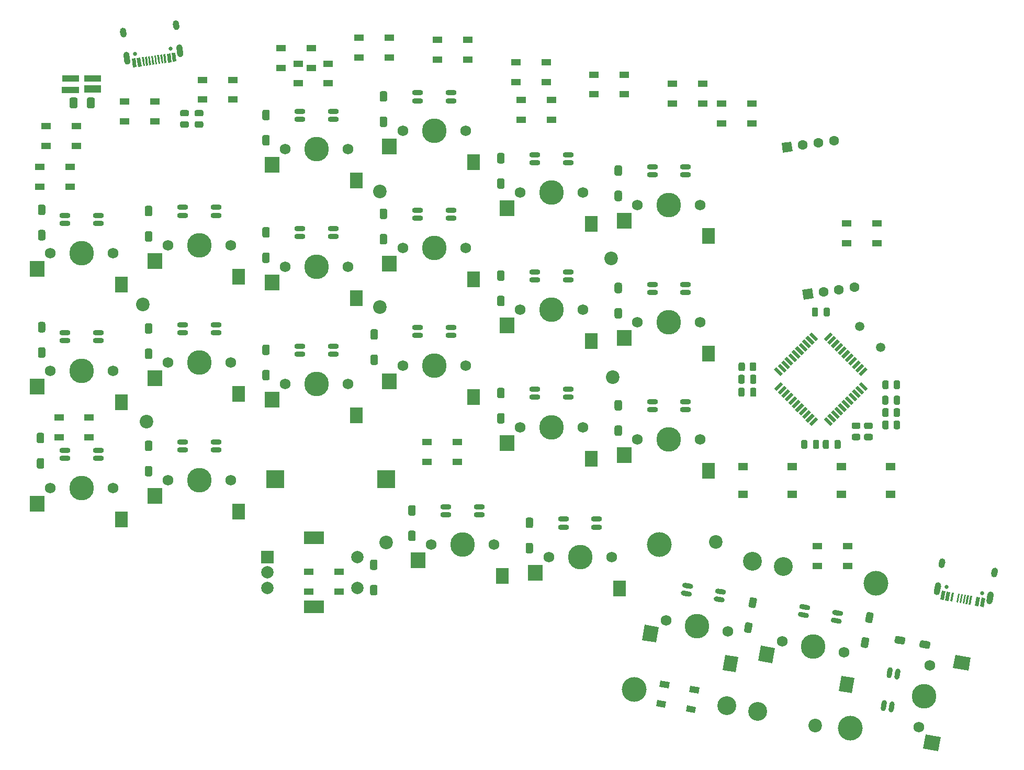
<source format=gbr>
%TF.GenerationSoftware,KiCad,Pcbnew,5.1.10*%
%TF.CreationDate,2021-05-26T10:29:04-05:00*%
%TF.ProjectId,nightwing,6e696768-7477-4696-9e67-2e6b69636164,rev?*%
%TF.SameCoordinates,Original*%
%TF.FileFunction,Soldermask,Top*%
%TF.FilePolarity,Negative*%
%FSLAX46Y46*%
G04 Gerber Fmt 4.6, Leading zero omitted, Abs format (unit mm)*
G04 Created by KiCad (PCBNEW 5.1.10) date 2021-05-26 10:29:04*
%MOMM*%
%LPD*%
G01*
G04 APERTURE LIST*
%ADD10R,1.500000X1.000000*%
%ADD11R,1.550000X1.300000*%
%ADD12C,2.200000*%
%ADD13C,0.150000*%
%ADD14C,0.650000*%
%ADD15C,1.600000*%
%ADD16C,2.000000*%
%ADD17R,3.200000X2.000000*%
%ADD18R,2.000000X2.000000*%
%ADD19C,4.000000*%
%ADD20C,3.050000*%
%ADD21C,3.987800*%
%ADD22C,1.750000*%
%ADD23R,2.350000X2.500000*%
%ADD24R,2.150000X2.500000*%
%ADD25R,3.000000X3.000000*%
%ADD26R,2.800000X1.200000*%
%ADD27R,2.800000X1.000000*%
%ADD28C,1.500000*%
%ADD29O,1.800000X0.820000*%
G04 APERTURE END LIST*
D10*
%TO.C,L31*%
X40325000Y-29652641D03*
X35425000Y-29652641D03*
X40325000Y-32852641D03*
X35425000Y-32852641D03*
%TD*%
%TO.C,RIGHT*%
G36*
G01*
X155369998Y-83450000D02*
X156270002Y-83450000D01*
G75*
G02*
X156520000Y-83699998I0J-249998D01*
G01*
X156520000Y-84225002D01*
G75*
G02*
X156270002Y-84475000I-249998J0D01*
G01*
X155369998Y-84475000D01*
G75*
G02*
X155120000Y-84225002I0J249998D01*
G01*
X155120000Y-83699998D01*
G75*
G02*
X155369998Y-83450000I249998J0D01*
G01*
G37*
G36*
G01*
X155369998Y-81625000D02*
X156270002Y-81625000D01*
G75*
G02*
X156520000Y-81874998I0J-249998D01*
G01*
X156520000Y-82400002D01*
G75*
G02*
X156270002Y-82650000I-249998J0D01*
G01*
X155369998Y-82650000D01*
G75*
G02*
X155120000Y-82400002I0J249998D01*
G01*
X155120000Y-81874998D01*
G75*
G02*
X155369998Y-81625000I249998J0D01*
G01*
G37*
%TD*%
%TO.C,LEFT*%
G36*
G01*
X154270002Y-84475000D02*
X153369998Y-84475000D01*
G75*
G02*
X153120000Y-84225002I0J249998D01*
G01*
X153120000Y-83699998D01*
G75*
G02*
X153369998Y-83450000I249998J0D01*
G01*
X154270002Y-83450000D01*
G75*
G02*
X154520000Y-83699998I0J-249998D01*
G01*
X154520000Y-84225002D01*
G75*
G02*
X154270002Y-84475000I-249998J0D01*
G01*
G37*
G36*
G01*
X154270002Y-82650000D02*
X153369998Y-82650000D01*
G75*
G02*
X153120000Y-82400002I0J249998D01*
G01*
X153120000Y-81874998D01*
G75*
G02*
X153369998Y-81625000I249998J0D01*
G01*
X154270002Y-81625000D01*
G75*
G02*
X154520000Y-81874998I0J-249998D01*
G01*
X154520000Y-82400002D01*
G75*
G02*
X154270002Y-82650000I-249998J0D01*
G01*
G37*
%TD*%
D11*
%TO.C,BOOT*%
X159373000Y-93250000D03*
X159373000Y-88750000D03*
X151423000Y-88750000D03*
X151423000Y-93250000D03*
%TD*%
D10*
%TO.C,L32*%
X27655000Y-33652641D03*
X22755000Y-33652641D03*
X27655000Y-36852641D03*
X22755000Y-36852641D03*
%TD*%
D11*
%TO.C,RESET*%
X135554000Y-93250000D03*
X135554000Y-88750000D03*
X143504000Y-88750000D03*
X143504000Y-93250000D03*
%TD*%
D10*
%TO.C,L39*%
X136983000Y-33205000D03*
X132083000Y-30005000D03*
X132083000Y-33205000D03*
X136983000Y-30005000D03*
%TD*%
%TO.C,R7*%
G36*
G01*
X159900000Y-80450002D02*
X159900000Y-79549998D01*
G75*
G02*
X160149998Y-79300000I249998J0D01*
G01*
X160675002Y-79300000D01*
G75*
G02*
X160925000Y-79549998I0J-249998D01*
G01*
X160925000Y-80450002D01*
G75*
G02*
X160675002Y-80700000I-249998J0D01*
G01*
X160149998Y-80700000D01*
G75*
G02*
X159900000Y-80450002I0J249998D01*
G01*
G37*
G36*
G01*
X158075000Y-80450002D02*
X158075000Y-79549998D01*
G75*
G02*
X158324998Y-79300000I249998J0D01*
G01*
X158850002Y-79300000D01*
G75*
G02*
X159100000Y-79549998I0J-249998D01*
G01*
X159100000Y-80450002D01*
G75*
G02*
X158850002Y-80700000I-249998J0D01*
G01*
X158324998Y-80700000D01*
G75*
G02*
X158075000Y-80450002I0J249998D01*
G01*
G37*
%TD*%
%TO.C,R8*%
G36*
G01*
X159100000Y-75049998D02*
X159100000Y-75950002D01*
G75*
G02*
X158850002Y-76200000I-249998J0D01*
G01*
X158324998Y-76200000D01*
G75*
G02*
X158075000Y-75950002I0J249998D01*
G01*
X158075000Y-75049998D01*
G75*
G02*
X158324998Y-74800000I249998J0D01*
G01*
X158850002Y-74800000D01*
G75*
G02*
X159100000Y-75049998I0J-249998D01*
G01*
G37*
G36*
G01*
X160925000Y-75049998D02*
X160925000Y-75950002D01*
G75*
G02*
X160675002Y-76200000I-249998J0D01*
G01*
X160149998Y-76200000D01*
G75*
G02*
X159900000Y-75950002I0J249998D01*
G01*
X159900000Y-75049998D01*
G75*
G02*
X160149998Y-74800000I249998J0D01*
G01*
X160675002Y-74800000D01*
G75*
G02*
X160925000Y-75049998I0J-249998D01*
G01*
G37*
%TD*%
D12*
%TO.C,H10*%
X77767000Y-101031000D03*
%TD*%
%TO.C,H9*%
X147250000Y-130660000D03*
%TD*%
%TO.C,H8*%
X131170000Y-100940000D03*
%TD*%
%TO.C,H6*%
X114460000Y-74240000D03*
%TD*%
%TO.C,H5*%
X114220000Y-55030000D03*
%TD*%
%TO.C,H4*%
X76800000Y-62910000D03*
%TD*%
%TO.C,H3*%
X76780000Y-44250000D03*
%TD*%
%TO.C,H2*%
X38990000Y-81490000D03*
%TD*%
%TO.C,H1*%
X38460000Y-62530000D03*
%TD*%
D13*
%TO.C,J2*%
G36*
X168307305Y-108929300D02*
G01*
X168055515Y-110357271D01*
X167464631Y-110253082D01*
X167716421Y-108825111D01*
X168307305Y-108929300D01*
G37*
G36*
X174708555Y-110058013D02*
G01*
X174456765Y-111485984D01*
X173865881Y-111381795D01*
X174117671Y-109953824D01*
X174708555Y-110058013D01*
G37*
G36*
X173920709Y-109919094D02*
G01*
X173668919Y-111347065D01*
X173078035Y-111242876D01*
X173329825Y-109814905D01*
X173920709Y-109919094D01*
G37*
G36*
X169095151Y-109068218D02*
G01*
X168843361Y-110496189D01*
X168252477Y-110392000D01*
X168504267Y-108964029D01*
X169095151Y-109068218D01*
G37*
G36*
X172591219Y-109684670D02*
G01*
X172339429Y-111112641D01*
X172043987Y-111060546D01*
X172295777Y-109632575D01*
X172591219Y-109684670D01*
G37*
G36*
X172098815Y-109597845D02*
G01*
X171847025Y-111025816D01*
X171551583Y-110973721D01*
X171803373Y-109545750D01*
X172098815Y-109597845D01*
G37*
G36*
X171114007Y-109424197D02*
G01*
X170862217Y-110852168D01*
X170566775Y-110800073D01*
X170818565Y-109372102D01*
X171114007Y-109424197D01*
G37*
G36*
X170621603Y-109337373D02*
G01*
X170369813Y-110765344D01*
X170074371Y-110713249D01*
X170326161Y-109285278D01*
X170621603Y-109337373D01*
G37*
G36*
X169636796Y-109163725D02*
G01*
X169385006Y-110591696D01*
X169089564Y-110539601D01*
X169341354Y-109111630D01*
X169636796Y-109163725D01*
G37*
G36*
X171606411Y-109511021D02*
G01*
X171354621Y-110938992D01*
X171059179Y-110886897D01*
X171310969Y-109458926D01*
X171606411Y-109511021D01*
G37*
G36*
G01*
X167579022Y-108049468D02*
X167388010Y-109132756D01*
G75*
G02*
X166808782Y-109538336I-492404J86824D01*
G01*
X166808782Y-109538336D01*
G75*
G02*
X166403202Y-108959108I86824J492404D01*
G01*
X166594214Y-107875820D01*
G75*
G02*
X167173442Y-107470240I492404J-86824D01*
G01*
X167173442Y-107470240D01*
G75*
G02*
X167579022Y-108049468I-86824J-492404D01*
G01*
G37*
G36*
G01*
X176087761Y-109549788D02*
X175896749Y-110633076D01*
G75*
G02*
X175317521Y-111038656I-492404J86824D01*
G01*
X175317521Y-111038656D01*
G75*
G02*
X174911941Y-110459428I86824J492404D01*
G01*
X175102953Y-109376140D01*
G75*
G02*
X175682181Y-108970560I492404J-86824D01*
G01*
X175682181Y-108970560D01*
G75*
G02*
X176087761Y-109549788I-86824J-492404D01*
G01*
G37*
D14*
X174183609Y-109234343D03*
G36*
G01*
X176770198Y-105679494D02*
X176666010Y-106270378D01*
G75*
G02*
X176086782Y-106675958I-492404J86824D01*
G01*
X176086782Y-106675958D01*
G75*
G02*
X175681202Y-106096730I86824J492404D01*
G01*
X175785390Y-105505846D01*
G75*
G02*
X176364618Y-105100266I492404J-86824D01*
G01*
X176364618Y-105100266D01*
G75*
G02*
X176770198Y-105679494I-86824J-492404D01*
G01*
G37*
X168491420Y-108230657D03*
G36*
G01*
X168261459Y-104179174D02*
X168157271Y-104770058D01*
G75*
G02*
X167578043Y-105175638I-492404J86824D01*
G01*
X167578043Y-105175638D01*
G75*
G02*
X167172463Y-104596410I86824J492404D01*
G01*
X167276651Y-104005526D01*
G75*
G02*
X167855879Y-103599946I492404J-86824D01*
G01*
X167855879Y-103599946D01*
G75*
G02*
X168261459Y-104179174I-86824J-492404D01*
G01*
G37*
%TD*%
D13*
%TO.C,J3*%
G36*
X141996125Y-37944586D02*
G01*
X141773448Y-36360157D01*
X143357877Y-36137480D01*
X143580554Y-37721909D01*
X141996125Y-37944586D01*
G37*
D15*
X147707563Y-36334033D03*
X150222844Y-35980534D03*
X145192282Y-36687533D03*
D13*
G36*
X146698032Y-59903913D02*
G01*
X146920709Y-61488342D01*
X145336280Y-61711019D01*
X145113603Y-60126590D01*
X146698032Y-59903913D01*
G37*
D15*
X148532437Y-60453967D03*
X151047718Y-60100467D03*
X153562999Y-59746967D03*
%TD*%
D13*
%TO.C,U3*%
G36*
X150064866Y-81774812D02*
G01*
X149675958Y-82163720D01*
X148615298Y-81103060D01*
X149004206Y-80714152D01*
X150064866Y-81774812D01*
G37*
G36*
X150630551Y-81209126D02*
G01*
X150241643Y-81598034D01*
X149180983Y-80537374D01*
X149569891Y-80148466D01*
X150630551Y-81209126D01*
G37*
G36*
X151196236Y-80643441D02*
G01*
X150807328Y-81032349D01*
X149746668Y-79971689D01*
X150135576Y-79582781D01*
X151196236Y-80643441D01*
G37*
G36*
X151761922Y-80077756D02*
G01*
X151373014Y-80466664D01*
X150312354Y-79406004D01*
X150701262Y-79017096D01*
X151761922Y-80077756D01*
G37*
G36*
X152327607Y-79512070D02*
G01*
X151938699Y-79900978D01*
X150878039Y-78840318D01*
X151266947Y-78451410D01*
X152327607Y-79512070D01*
G37*
G36*
X152893293Y-78946385D02*
G01*
X152504385Y-79335293D01*
X151443725Y-78274633D01*
X151832633Y-77885725D01*
X152893293Y-78946385D01*
G37*
G36*
X153458978Y-78380699D02*
G01*
X153070070Y-78769607D01*
X152009410Y-77708947D01*
X152398318Y-77320039D01*
X153458978Y-78380699D01*
G37*
G36*
X154024664Y-77815014D02*
G01*
X153635756Y-78203922D01*
X152575096Y-77143262D01*
X152964004Y-76754354D01*
X154024664Y-77815014D01*
G37*
G36*
X154590349Y-77249328D02*
G01*
X154201441Y-77638236D01*
X153140781Y-76577576D01*
X153529689Y-76188668D01*
X154590349Y-77249328D01*
G37*
G36*
X155156034Y-76683643D02*
G01*
X154767126Y-77072551D01*
X153706466Y-76011891D01*
X154095374Y-75622983D01*
X155156034Y-76683643D01*
G37*
G36*
X155721720Y-76117958D02*
G01*
X155332812Y-76506866D01*
X154272152Y-75446206D01*
X154661060Y-75057298D01*
X155721720Y-76117958D01*
G37*
G36*
X155332812Y-72653134D02*
G01*
X155721720Y-73042042D01*
X154661060Y-74102702D01*
X154272152Y-73713794D01*
X155332812Y-72653134D01*
G37*
G36*
X154767126Y-72087449D02*
G01*
X155156034Y-72476357D01*
X154095374Y-73537017D01*
X153706466Y-73148109D01*
X154767126Y-72087449D01*
G37*
G36*
X154201441Y-71521764D02*
G01*
X154590349Y-71910672D01*
X153529689Y-72971332D01*
X153140781Y-72582424D01*
X154201441Y-71521764D01*
G37*
G36*
X153635756Y-70956078D02*
G01*
X154024664Y-71344986D01*
X152964004Y-72405646D01*
X152575096Y-72016738D01*
X153635756Y-70956078D01*
G37*
G36*
X153070070Y-70390393D02*
G01*
X153458978Y-70779301D01*
X152398318Y-71839961D01*
X152009410Y-71451053D01*
X153070070Y-70390393D01*
G37*
G36*
X152504385Y-69824707D02*
G01*
X152893293Y-70213615D01*
X151832633Y-71274275D01*
X151443725Y-70885367D01*
X152504385Y-69824707D01*
G37*
G36*
X151938699Y-69259022D02*
G01*
X152327607Y-69647930D01*
X151266947Y-70708590D01*
X150878039Y-70319682D01*
X151938699Y-69259022D01*
G37*
G36*
X151373014Y-68693336D02*
G01*
X151761922Y-69082244D01*
X150701262Y-70142904D01*
X150312354Y-69753996D01*
X151373014Y-68693336D01*
G37*
G36*
X150807328Y-68127651D02*
G01*
X151196236Y-68516559D01*
X150135576Y-69577219D01*
X149746668Y-69188311D01*
X150807328Y-68127651D01*
G37*
G36*
X150241643Y-67561966D02*
G01*
X150630551Y-67950874D01*
X149569891Y-69011534D01*
X149180983Y-68622626D01*
X150241643Y-67561966D01*
G37*
G36*
X149675958Y-66996280D02*
G01*
X150064866Y-67385188D01*
X149004206Y-68445848D01*
X148615298Y-68056940D01*
X149675958Y-66996280D01*
G37*
G36*
X147660702Y-68056940D02*
G01*
X147271794Y-68445848D01*
X146211134Y-67385188D01*
X146600042Y-66996280D01*
X147660702Y-68056940D01*
G37*
G36*
X147095017Y-68622626D02*
G01*
X146706109Y-69011534D01*
X145645449Y-67950874D01*
X146034357Y-67561966D01*
X147095017Y-68622626D01*
G37*
G36*
X146529332Y-69188311D02*
G01*
X146140424Y-69577219D01*
X145079764Y-68516559D01*
X145468672Y-68127651D01*
X146529332Y-69188311D01*
G37*
G36*
X145963646Y-69753996D02*
G01*
X145574738Y-70142904D01*
X144514078Y-69082244D01*
X144902986Y-68693336D01*
X145963646Y-69753996D01*
G37*
G36*
X145397961Y-70319682D02*
G01*
X145009053Y-70708590D01*
X143948393Y-69647930D01*
X144337301Y-69259022D01*
X145397961Y-70319682D01*
G37*
G36*
X144832275Y-70885367D02*
G01*
X144443367Y-71274275D01*
X143382707Y-70213615D01*
X143771615Y-69824707D01*
X144832275Y-70885367D01*
G37*
G36*
X144266590Y-71451053D02*
G01*
X143877682Y-71839961D01*
X142817022Y-70779301D01*
X143205930Y-70390393D01*
X144266590Y-71451053D01*
G37*
G36*
X143700904Y-72016738D02*
G01*
X143311996Y-72405646D01*
X142251336Y-71344986D01*
X142640244Y-70956078D01*
X143700904Y-72016738D01*
G37*
G36*
X143135219Y-72582424D02*
G01*
X142746311Y-72971332D01*
X141685651Y-71910672D01*
X142074559Y-71521764D01*
X143135219Y-72582424D01*
G37*
G36*
X142569534Y-73148109D02*
G01*
X142180626Y-73537017D01*
X141119966Y-72476357D01*
X141508874Y-72087449D01*
X142569534Y-73148109D01*
G37*
G36*
X142003848Y-73713794D02*
G01*
X141614940Y-74102702D01*
X140554280Y-73042042D01*
X140943188Y-72653134D01*
X142003848Y-73713794D01*
G37*
G36*
X141614940Y-75057298D02*
G01*
X142003848Y-75446206D01*
X140943188Y-76506866D01*
X140554280Y-76117958D01*
X141614940Y-75057298D01*
G37*
G36*
X142180626Y-75622983D02*
G01*
X142569534Y-76011891D01*
X141508874Y-77072551D01*
X141119966Y-76683643D01*
X142180626Y-75622983D01*
G37*
G36*
X142746311Y-76188668D02*
G01*
X143135219Y-76577576D01*
X142074559Y-77638236D01*
X141685651Y-77249328D01*
X142746311Y-76188668D01*
G37*
G36*
X143311996Y-76754354D02*
G01*
X143700904Y-77143262D01*
X142640244Y-78203922D01*
X142251336Y-77815014D01*
X143311996Y-76754354D01*
G37*
G36*
X143877682Y-77320039D02*
G01*
X144266590Y-77708947D01*
X143205930Y-78769607D01*
X142817022Y-78380699D01*
X143877682Y-77320039D01*
G37*
G36*
X144443367Y-77885725D02*
G01*
X144832275Y-78274633D01*
X143771615Y-79335293D01*
X143382707Y-78946385D01*
X144443367Y-77885725D01*
G37*
G36*
X145009053Y-78451410D02*
G01*
X145397961Y-78840318D01*
X144337301Y-79900978D01*
X143948393Y-79512070D01*
X145009053Y-78451410D01*
G37*
G36*
X145574738Y-79017096D02*
G01*
X145963646Y-79406004D01*
X144902986Y-80466664D01*
X144514078Y-80077756D01*
X145574738Y-79017096D01*
G37*
G36*
X146140424Y-79582781D02*
G01*
X146529332Y-79971689D01*
X145468672Y-81032349D01*
X145079764Y-80643441D01*
X146140424Y-79582781D01*
G37*
G36*
X146706109Y-80148466D02*
G01*
X147095017Y-80537374D01*
X146034357Y-81598034D01*
X145645449Y-81209126D01*
X146706109Y-80148466D01*
G37*
G36*
X147271794Y-80714152D02*
G01*
X147660702Y-81103060D01*
X146600042Y-82163720D01*
X146211134Y-81774812D01*
X147271794Y-80714152D01*
G37*
%TD*%
%TO.C,R2*%
G36*
G01*
X134805000Y-73030002D02*
X134805000Y-72129998D01*
G75*
G02*
X135054998Y-71880000I249998J0D01*
G01*
X135580002Y-71880000D01*
G75*
G02*
X135830000Y-72129998I0J-249998D01*
G01*
X135830000Y-73030002D01*
G75*
G02*
X135580002Y-73280000I-249998J0D01*
G01*
X135054998Y-73280000D01*
G75*
G02*
X134805000Y-73030002I0J249998D01*
G01*
G37*
G36*
G01*
X136630000Y-73030002D02*
X136630000Y-72129998D01*
G75*
G02*
X136879998Y-71880000I249998J0D01*
G01*
X137405002Y-71880000D01*
G75*
G02*
X137655000Y-72129998I0J-249998D01*
G01*
X137655000Y-73030002D01*
G75*
G02*
X137405002Y-73280000I-249998J0D01*
G01*
X136879998Y-73280000D01*
G75*
G02*
X136630000Y-73030002I0J249998D01*
G01*
G37*
%TD*%
D10*
%TO.C,L42*%
X68426000Y-26721000D03*
X63526000Y-23521000D03*
X63526000Y-26721000D03*
X68426000Y-23521000D03*
%TD*%
%TO.C,L41*%
X104571000Y-32633000D03*
X99671000Y-29433000D03*
X99671000Y-32633000D03*
X104571000Y-29433000D03*
%TD*%
%TO.C,L40*%
X89324000Y-87988000D03*
X84424000Y-84788000D03*
X84424000Y-87988000D03*
X89324000Y-84788000D03*
%TD*%
%TO.C,C10*%
G36*
G01*
X158050000Y-78475000D02*
X158050000Y-77525000D01*
G75*
G02*
X158300000Y-77275000I250000J0D01*
G01*
X158800000Y-77275000D01*
G75*
G02*
X159050000Y-77525000I0J-250000D01*
G01*
X159050000Y-78475000D01*
G75*
G02*
X158800000Y-78725000I-250000J0D01*
G01*
X158300000Y-78725000D01*
G75*
G02*
X158050000Y-78475000I0J250000D01*
G01*
G37*
G36*
G01*
X159950000Y-78475000D02*
X159950000Y-77525000D01*
G75*
G02*
X160200000Y-77275000I250000J0D01*
G01*
X160700000Y-77275000D01*
G75*
G02*
X160950000Y-77525000I0J-250000D01*
G01*
X160950000Y-78475000D01*
G75*
G02*
X160700000Y-78725000I-250000J0D01*
G01*
X160200000Y-78725000D01*
G75*
G02*
X159950000Y-78475000I0J250000D01*
G01*
G37*
%TD*%
%TO.C,C9*%
G36*
G01*
X149570000Y-63255000D02*
X149570000Y-64205000D01*
G75*
G02*
X149320000Y-64455000I-250000J0D01*
G01*
X148820000Y-64455000D01*
G75*
G02*
X148570000Y-64205000I0J250000D01*
G01*
X148570000Y-63255000D01*
G75*
G02*
X148820000Y-63005000I250000J0D01*
G01*
X149320000Y-63005000D01*
G75*
G02*
X149570000Y-63255000I0J-250000D01*
G01*
G37*
G36*
G01*
X147670000Y-63255000D02*
X147670000Y-64205000D01*
G75*
G02*
X147420000Y-64455000I-250000J0D01*
G01*
X146920000Y-64455000D01*
G75*
G02*
X146670000Y-64205000I0J250000D01*
G01*
X146670000Y-63255000D01*
G75*
G02*
X146920000Y-63005000I250000J0D01*
G01*
X147420000Y-63005000D01*
G75*
G02*
X147670000Y-63255000I0J-250000D01*
G01*
G37*
%TD*%
%TO.C,C5*%
G36*
G01*
X137680000Y-76235000D02*
X137680000Y-77185000D01*
G75*
G02*
X137430000Y-77435000I-250000J0D01*
G01*
X136930000Y-77435000D01*
G75*
G02*
X136680000Y-77185000I0J250000D01*
G01*
X136680000Y-76235000D01*
G75*
G02*
X136930000Y-75985000I250000J0D01*
G01*
X137430000Y-75985000D01*
G75*
G02*
X137680000Y-76235000I0J-250000D01*
G01*
G37*
G36*
G01*
X135780000Y-76235000D02*
X135780000Y-77185000D01*
G75*
G02*
X135530000Y-77435000I-250000J0D01*
G01*
X135030000Y-77435000D01*
G75*
G02*
X134780000Y-77185000I0J250000D01*
G01*
X134780000Y-76235000D01*
G75*
G02*
X135030000Y-75985000I250000J0D01*
G01*
X135530000Y-75985000D01*
G75*
G02*
X135780000Y-76235000I0J-250000D01*
G01*
G37*
%TD*%
%TO.C,C4*%
G36*
G01*
X137680000Y-74135000D02*
X137680000Y-75085000D01*
G75*
G02*
X137430000Y-75335000I-250000J0D01*
G01*
X136930000Y-75335000D01*
G75*
G02*
X136680000Y-75085000I0J250000D01*
G01*
X136680000Y-74135000D01*
G75*
G02*
X136930000Y-73885000I250000J0D01*
G01*
X137430000Y-73885000D01*
G75*
G02*
X137680000Y-74135000I0J-250000D01*
G01*
G37*
G36*
G01*
X135780000Y-74135000D02*
X135780000Y-75085000D01*
G75*
G02*
X135530000Y-75335000I-250000J0D01*
G01*
X135030000Y-75335000D01*
G75*
G02*
X134780000Y-75085000I0J250000D01*
G01*
X134780000Y-74135000D01*
G75*
G02*
X135030000Y-73885000I250000J0D01*
G01*
X135530000Y-73885000D01*
G75*
G02*
X135780000Y-74135000I0J-250000D01*
G01*
G37*
%TD*%
%TO.C,C2*%
G36*
G01*
X147834000Y-84678000D02*
X147834000Y-85628000D01*
G75*
G02*
X147584000Y-85878000I-250000J0D01*
G01*
X147084000Y-85878000D01*
G75*
G02*
X146834000Y-85628000I0J250000D01*
G01*
X146834000Y-84678000D01*
G75*
G02*
X147084000Y-84428000I250000J0D01*
G01*
X147584000Y-84428000D01*
G75*
G02*
X147834000Y-84678000I0J-250000D01*
G01*
G37*
G36*
G01*
X145934000Y-84678000D02*
X145934000Y-85628000D01*
G75*
G02*
X145684000Y-85878000I-250000J0D01*
G01*
X145184000Y-85878000D01*
G75*
G02*
X144934000Y-85628000I0J250000D01*
G01*
X144934000Y-84678000D01*
G75*
G02*
X145184000Y-84428000I250000J0D01*
G01*
X145684000Y-84428000D01*
G75*
G02*
X145934000Y-84678000I0J-250000D01*
G01*
G37*
%TD*%
%TO.C,C1*%
G36*
G01*
X148436000Y-85628000D02*
X148436000Y-84678000D01*
G75*
G02*
X148686000Y-84428000I250000J0D01*
G01*
X149186000Y-84428000D01*
G75*
G02*
X149436000Y-84678000I0J-250000D01*
G01*
X149436000Y-85628000D01*
G75*
G02*
X149186000Y-85878000I-250000J0D01*
G01*
X148686000Y-85878000D01*
G75*
G02*
X148436000Y-85628000I0J250000D01*
G01*
G37*
G36*
G01*
X150336000Y-85628000D02*
X150336000Y-84678000D01*
G75*
G02*
X150586000Y-84428000I250000J0D01*
G01*
X151086000Y-84428000D01*
G75*
G02*
X151336000Y-84678000I0J-250000D01*
G01*
X151336000Y-85628000D01*
G75*
G02*
X151086000Y-85878000I-250000J0D01*
G01*
X150586000Y-85878000D01*
G75*
G02*
X150336000Y-85628000I0J250000D01*
G01*
G37*
%TD*%
%TO.C,L35*%
X70144324Y-108961721D03*
X65244324Y-105761721D03*
X65244324Y-108961721D03*
X70144324Y-105761721D03*
%TD*%
%TO.C,L29*%
X65655000Y-21052641D03*
X60755000Y-21052641D03*
X65655000Y-24252641D03*
X60755000Y-24252641D03*
%TD*%
%TO.C,L30*%
X52995000Y-26152641D03*
X48095000Y-26152641D03*
X52995000Y-29352641D03*
X48095000Y-29352641D03*
%TD*%
D13*
%TO.C,J1*%
G36*
X37223764Y-22640251D02*
G01*
X37425565Y-24076139D01*
X36831404Y-24159643D01*
X36629603Y-22723755D01*
X37223764Y-22640251D01*
G37*
G36*
X43660506Y-21735626D02*
G01*
X43862307Y-23171514D01*
X43268146Y-23255018D01*
X43066345Y-21819130D01*
X43660506Y-21735626D01*
G37*
G36*
X42868292Y-21846964D02*
G01*
X43070093Y-23282852D01*
X42475932Y-23366356D01*
X42274131Y-21930468D01*
X42868292Y-21846964D01*
G37*
G36*
X38015978Y-22528912D02*
G01*
X38217779Y-23964800D01*
X37623618Y-24048304D01*
X37421817Y-22612416D01*
X38015978Y-22528912D01*
G37*
G36*
X41531430Y-22034848D02*
G01*
X41733231Y-23470736D01*
X41436150Y-23512488D01*
X41234349Y-22076600D01*
X41531430Y-22034848D01*
G37*
G36*
X41036296Y-22104435D02*
G01*
X41238097Y-23540323D01*
X40941016Y-23582075D01*
X40739215Y-22146187D01*
X41036296Y-22104435D01*
G37*
G36*
X40046028Y-22243608D02*
G01*
X40247829Y-23679496D01*
X39950748Y-23721248D01*
X39748947Y-22285360D01*
X40046028Y-22243608D01*
G37*
G36*
X39550894Y-22313194D02*
G01*
X39752695Y-23749082D01*
X39455614Y-23790834D01*
X39253813Y-22354946D01*
X39550894Y-22313194D01*
G37*
G36*
X38560626Y-22452367D02*
G01*
X38762427Y-23888255D01*
X38465346Y-23930007D01*
X38263545Y-22494119D01*
X38560626Y-22452367D01*
G37*
G36*
X40541162Y-22174021D02*
G01*
X40742963Y-23609909D01*
X40445882Y-23651661D01*
X40244081Y-22215773D01*
X40541162Y-22174021D01*
G37*
G36*
G01*
X36259243Y-22028533D02*
X36412333Y-23117827D01*
G75*
G02*
X35986786Y-23682548I-495134J-69587D01*
G01*
X35986786Y-23682548D01*
G75*
G02*
X35422065Y-23257001I-69587J495134D01*
G01*
X35268975Y-22167707D01*
G75*
G02*
X35694522Y-21602986I495134J69587D01*
G01*
X35694522Y-21602986D01*
G75*
G02*
X36259243Y-22028533I69587J-495134D01*
G01*
G37*
G36*
G01*
X44815159Y-20826077D02*
X44968249Y-21915371D01*
G75*
G02*
X44542702Y-22480092I-495134J-69587D01*
G01*
X44542702Y-22480092D01*
G75*
G02*
X43977981Y-22054545I-69587J495134D01*
G01*
X43824891Y-20965251D01*
G75*
G02*
X44250438Y-20400530I495134J69587D01*
G01*
X44250438Y-20400530D01*
G75*
G02*
X44815159Y-20826077I69587J-495134D01*
G01*
G37*
D14*
X42906725Y-21114487D03*
G36*
G01*
X44268208Y-16934324D02*
X44351712Y-17528484D01*
G75*
G02*
X43926165Y-18093205I-495134J-69587D01*
G01*
X43926165Y-18093205D01*
G75*
G02*
X43361444Y-17667658I-69587J495134D01*
G01*
X43277940Y-17073498D01*
G75*
G02*
X43703487Y-16508777I495134J69587D01*
G01*
X43703487Y-16508777D01*
G75*
G02*
X44268208Y-16934324I69587J-495134D01*
G01*
G37*
X37182975Y-21918907D03*
G36*
G01*
X35712292Y-18136779D02*
X35795796Y-18730939D01*
G75*
G02*
X35370249Y-19295660I-495134J-69587D01*
G01*
X35370249Y-19295660D01*
G75*
G02*
X34805528Y-18870113I-69587J495134D01*
G01*
X34722024Y-18275953D01*
G75*
G02*
X35147571Y-17711232I495134J69587D01*
G01*
X35147571Y-17711232D01*
G75*
G02*
X35712292Y-18136779I69587J-495134D01*
G01*
G37*
D13*
G36*
X41931284Y-23442901D02*
G01*
X41729483Y-22007013D01*
X42026564Y-21965261D01*
X42228365Y-23401149D01*
X41931284Y-23442901D01*
G37*
G36*
X38960480Y-23860421D02*
G01*
X38758679Y-22424533D01*
X39055760Y-22382781D01*
X39257561Y-23818669D01*
X38960480Y-23860421D01*
G37*
%TD*%
D16*
%TO.C,SW19*%
X73110000Y-108364000D03*
X73110000Y-103364000D03*
D17*
X66110000Y-111464000D03*
X66110000Y-100264000D03*
D16*
X58610000Y-108364000D03*
X58610000Y-105864000D03*
D18*
X58610000Y-103364000D03*
%TD*%
D10*
%TO.C,L38*%
X157200000Y-52554000D03*
X152300000Y-49354000D03*
X152300000Y-52554000D03*
X157200000Y-49354000D03*
%TD*%
%TO.C,L37*%
X147556000Y-101628000D03*
X152456000Y-104828000D03*
X152456000Y-101628000D03*
X147556000Y-104828000D03*
%TD*%
D13*
%TO.C,L36*%
G36*
X126284475Y-128381070D02*
G01*
X126458123Y-127396262D01*
X127935335Y-127656734D01*
X127761687Y-128641542D01*
X126284475Y-128381070D01*
G37*
G36*
X122014591Y-124378810D02*
G01*
X122188239Y-123394002D01*
X123665451Y-123654474D01*
X123491803Y-124639282D01*
X122014591Y-124378810D01*
G37*
G36*
X121458917Y-127530194D02*
G01*
X121632565Y-126545386D01*
X123109777Y-126805858D01*
X122936129Y-127790666D01*
X121458917Y-127530194D01*
G37*
G36*
X126840149Y-125229686D02*
G01*
X127013797Y-124244878D01*
X128491009Y-124505350D01*
X128317361Y-125490158D01*
X126840149Y-125229686D01*
G37*
%TD*%
D10*
%TO.C,L34*%
X29738505Y-84024487D03*
X24838505Y-80824487D03*
X24838505Y-84024487D03*
X29738505Y-80824487D03*
%TD*%
%TO.C,L33*%
X26644788Y-43431170D03*
X21744788Y-40231170D03*
X21744788Y-43431170D03*
X26644788Y-40231170D03*
%TD*%
%TO.C,L28*%
X78325000Y-19324000D03*
X73425000Y-19324000D03*
X78325000Y-22524000D03*
X73425000Y-22524000D03*
%TD*%
%TO.C,L27*%
X90995000Y-19664000D03*
X86095000Y-19664000D03*
X90995000Y-22864000D03*
X86095000Y-22864000D03*
%TD*%
%TO.C,L26*%
X103655000Y-23294000D03*
X98755000Y-23294000D03*
X103655000Y-26494000D03*
X98755000Y-26494000D03*
%TD*%
%TO.C,L25*%
X116325000Y-25294000D03*
X111425000Y-25294000D03*
X116325000Y-28494000D03*
X111425000Y-28494000D03*
%TD*%
%TO.C,L24*%
X128995000Y-26794000D03*
X124095000Y-26794000D03*
X128995000Y-29994000D03*
X124095000Y-29994000D03*
%TD*%
D19*
%TO.C,REF\u002A\u002A*%
X117888771Y-124832351D03*
X122021597Y-101393927D03*
D20*
X137030068Y-104040325D03*
X132897241Y-127478750D03*
%TD*%
%TO.C,REF\u002A\u002A*%
X142042759Y-104959250D03*
X137909932Y-128397675D03*
D19*
X152918403Y-131044073D03*
X157051229Y-107605649D03*
%TD*%
%TO.C,R5*%
G36*
G01*
X159900000Y-82450002D02*
X159900000Y-81549998D01*
G75*
G02*
X160149998Y-81300000I249998J0D01*
G01*
X160675002Y-81300000D01*
G75*
G02*
X160925000Y-81549998I0J-249998D01*
G01*
X160925000Y-82450002D01*
G75*
G02*
X160675002Y-82700000I-249998J0D01*
G01*
X160149998Y-82700000D01*
G75*
G02*
X159900000Y-82450002I0J249998D01*
G01*
G37*
G36*
G01*
X158075000Y-82450002D02*
X158075000Y-81549998D01*
G75*
G02*
X158324998Y-81300000I249998J0D01*
G01*
X158850002Y-81300000D01*
G75*
G02*
X159100000Y-81549998I0J-249998D01*
G01*
X159100000Y-82450002D01*
G75*
G02*
X158850002Y-82700000I-249998J0D01*
G01*
X158324998Y-82700000D01*
G75*
G02*
X158075000Y-82450002I0J249998D01*
G01*
G37*
%TD*%
%TO.C,R3*%
G36*
G01*
X47952546Y-33882498D02*
X47052542Y-33882498D01*
G75*
G02*
X46802544Y-33632500I0J249998D01*
G01*
X46802544Y-33107496D01*
G75*
G02*
X47052542Y-32857498I249998J0D01*
G01*
X47952546Y-32857498D01*
G75*
G02*
X48202544Y-33107496I0J-249998D01*
G01*
X48202544Y-33632500D01*
G75*
G02*
X47952546Y-33882498I-249998J0D01*
G01*
G37*
G36*
G01*
X47952546Y-32057498D02*
X47052542Y-32057498D01*
G75*
G02*
X46802544Y-31807500I0J249998D01*
G01*
X46802544Y-31282496D01*
G75*
G02*
X47052542Y-31032498I249998J0D01*
G01*
X47952546Y-31032498D01*
G75*
G02*
X48202544Y-31282496I0J-249998D01*
G01*
X48202544Y-31807500D01*
G75*
G02*
X47952546Y-32057498I-249998J0D01*
G01*
G37*
%TD*%
%TO.C,R4*%
G36*
G01*
X45608821Y-32057498D02*
X44708817Y-32057498D01*
G75*
G02*
X44458819Y-31807500I0J249998D01*
G01*
X44458819Y-31282496D01*
G75*
G02*
X44708817Y-31032498I249998J0D01*
G01*
X45608821Y-31032498D01*
G75*
G02*
X45858819Y-31282496I0J-249998D01*
G01*
X45858819Y-31807500D01*
G75*
G02*
X45608821Y-32057498I-249998J0D01*
G01*
G37*
G36*
G01*
X45608821Y-33882498D02*
X44708817Y-33882498D01*
G75*
G02*
X44458819Y-33632500I0J249998D01*
G01*
X44458819Y-33107496D01*
G75*
G02*
X44708817Y-32857498I249998J0D01*
G01*
X45608821Y-32857498D01*
G75*
G02*
X45858819Y-33107496I0J-249998D01*
G01*
X45858819Y-33632500D01*
G75*
G02*
X45608821Y-33882498I-249998J0D01*
G01*
G37*
%TD*%
%TO.C,D1*%
G36*
G01*
X21745000Y-46333500D02*
X22345000Y-46333500D01*
G75*
G02*
X22645000Y-46633500I0J-300000D01*
G01*
X22645000Y-47734500D01*
G75*
G02*
X22345000Y-48034500I-300000J0D01*
G01*
X21745000Y-48034500D01*
G75*
G02*
X21445000Y-47734500I0J300000D01*
G01*
X21445000Y-46633500D01*
G75*
G02*
X21745000Y-46333500I300000J0D01*
G01*
G37*
G36*
G01*
X21745000Y-50435500D02*
X22345000Y-50435500D01*
G75*
G02*
X22645000Y-50735500I0J-300000D01*
G01*
X22645000Y-51836500D01*
G75*
G02*
X22345000Y-52136500I-300000J0D01*
G01*
X21745000Y-52136500D01*
G75*
G02*
X21445000Y-51836500I0J300000D01*
G01*
X21445000Y-50735500D01*
G75*
G02*
X21745000Y-50435500I300000J0D01*
G01*
G37*
%TD*%
%TO.C,D2*%
G36*
G01*
X39045000Y-46533500D02*
X39645000Y-46533500D01*
G75*
G02*
X39945000Y-46833500I0J-300000D01*
G01*
X39945000Y-47934500D01*
G75*
G02*
X39645000Y-48234500I-300000J0D01*
G01*
X39045000Y-48234500D01*
G75*
G02*
X38745000Y-47934500I0J300000D01*
G01*
X38745000Y-46833500D01*
G75*
G02*
X39045000Y-46533500I300000J0D01*
G01*
G37*
G36*
G01*
X39045000Y-50635500D02*
X39645000Y-50635500D01*
G75*
G02*
X39945000Y-50935500I0J-300000D01*
G01*
X39945000Y-52036500D01*
G75*
G02*
X39645000Y-52336500I-300000J0D01*
G01*
X39045000Y-52336500D01*
G75*
G02*
X38745000Y-52036500I0J300000D01*
G01*
X38745000Y-50935500D01*
G75*
G02*
X39045000Y-50635500I300000J0D01*
G01*
G37*
%TD*%
%TO.C,D3*%
G36*
G01*
X58045000Y-30983500D02*
X58645000Y-30983500D01*
G75*
G02*
X58945000Y-31283500I0J-300000D01*
G01*
X58945000Y-32384500D01*
G75*
G02*
X58645000Y-32684500I-300000J0D01*
G01*
X58045000Y-32684500D01*
G75*
G02*
X57745000Y-32384500I0J300000D01*
G01*
X57745000Y-31283500D01*
G75*
G02*
X58045000Y-30983500I300000J0D01*
G01*
G37*
G36*
G01*
X58045000Y-35085500D02*
X58645000Y-35085500D01*
G75*
G02*
X58945000Y-35385500I0J-300000D01*
G01*
X58945000Y-36486500D01*
G75*
G02*
X58645000Y-36786500I-300000J0D01*
G01*
X58045000Y-36786500D01*
G75*
G02*
X57745000Y-36486500I0J300000D01*
G01*
X57745000Y-35385500D01*
G75*
G02*
X58045000Y-35085500I300000J0D01*
G01*
G37*
%TD*%
%TO.C,D4*%
G36*
G01*
X77045000Y-27983500D02*
X77645000Y-27983500D01*
G75*
G02*
X77945000Y-28283500I0J-300000D01*
G01*
X77945000Y-29384500D01*
G75*
G02*
X77645000Y-29684500I-300000J0D01*
G01*
X77045000Y-29684500D01*
G75*
G02*
X76745000Y-29384500I0J300000D01*
G01*
X76745000Y-28283500D01*
G75*
G02*
X77045000Y-27983500I300000J0D01*
G01*
G37*
G36*
G01*
X77045000Y-32085500D02*
X77645000Y-32085500D01*
G75*
G02*
X77945000Y-32385500I0J-300000D01*
G01*
X77945000Y-33486500D01*
G75*
G02*
X77645000Y-33786500I-300000J0D01*
G01*
X77045000Y-33786500D01*
G75*
G02*
X76745000Y-33486500I0J300000D01*
G01*
X76745000Y-32385500D01*
G75*
G02*
X77045000Y-32085500I300000J0D01*
G01*
G37*
%TD*%
%TO.C,D5*%
G36*
G01*
X96045000Y-37983500D02*
X96645000Y-37983500D01*
G75*
G02*
X96945000Y-38283500I0J-300000D01*
G01*
X96945000Y-39384500D01*
G75*
G02*
X96645000Y-39684500I-300000J0D01*
G01*
X96045000Y-39684500D01*
G75*
G02*
X95745000Y-39384500I0J300000D01*
G01*
X95745000Y-38283500D01*
G75*
G02*
X96045000Y-37983500I300000J0D01*
G01*
G37*
G36*
G01*
X96045000Y-42085500D02*
X96645000Y-42085500D01*
G75*
G02*
X96945000Y-42385500I0J-300000D01*
G01*
X96945000Y-43486500D01*
G75*
G02*
X96645000Y-43786500I-300000J0D01*
G01*
X96045000Y-43786500D01*
G75*
G02*
X95745000Y-43486500I0J300000D01*
G01*
X95745000Y-42385500D01*
G75*
G02*
X96045000Y-42085500I300000J0D01*
G01*
G37*
%TD*%
%TO.C,D6*%
G36*
G01*
X115045000Y-39983500D02*
X115645000Y-39983500D01*
G75*
G02*
X115945000Y-40283500I0J-300000D01*
G01*
X115945000Y-41384500D01*
G75*
G02*
X115645000Y-41684500I-300000J0D01*
G01*
X115045000Y-41684500D01*
G75*
G02*
X114745000Y-41384500I0J300000D01*
G01*
X114745000Y-40283500D01*
G75*
G02*
X115045000Y-39983500I300000J0D01*
G01*
G37*
G36*
G01*
X115045000Y-44085500D02*
X115645000Y-44085500D01*
G75*
G02*
X115945000Y-44385500I0J-300000D01*
G01*
X115945000Y-45486500D01*
G75*
G02*
X115645000Y-45786500I-300000J0D01*
G01*
X115045000Y-45786500D01*
G75*
G02*
X114745000Y-45486500I0J300000D01*
G01*
X114745000Y-44385500D01*
G75*
G02*
X115045000Y-44085500I300000J0D01*
G01*
G37*
%TD*%
%TO.C,D7*%
G36*
G01*
X21745000Y-65333500D02*
X22345000Y-65333500D01*
G75*
G02*
X22645000Y-65633500I0J-300000D01*
G01*
X22645000Y-66734500D01*
G75*
G02*
X22345000Y-67034500I-300000J0D01*
G01*
X21745000Y-67034500D01*
G75*
G02*
X21445000Y-66734500I0J300000D01*
G01*
X21445000Y-65633500D01*
G75*
G02*
X21745000Y-65333500I300000J0D01*
G01*
G37*
G36*
G01*
X21745000Y-69435500D02*
X22345000Y-69435500D01*
G75*
G02*
X22645000Y-69735500I0J-300000D01*
G01*
X22645000Y-70836500D01*
G75*
G02*
X22345000Y-71136500I-300000J0D01*
G01*
X21745000Y-71136500D01*
G75*
G02*
X21445000Y-70836500I0J300000D01*
G01*
X21445000Y-69735500D01*
G75*
G02*
X21745000Y-69435500I300000J0D01*
G01*
G37*
%TD*%
%TO.C,D8*%
G36*
G01*
X39045000Y-65533500D02*
X39645000Y-65533500D01*
G75*
G02*
X39945000Y-65833500I0J-300000D01*
G01*
X39945000Y-66934500D01*
G75*
G02*
X39645000Y-67234500I-300000J0D01*
G01*
X39045000Y-67234500D01*
G75*
G02*
X38745000Y-66934500I0J300000D01*
G01*
X38745000Y-65833500D01*
G75*
G02*
X39045000Y-65533500I300000J0D01*
G01*
G37*
G36*
G01*
X39045000Y-69635500D02*
X39645000Y-69635500D01*
G75*
G02*
X39945000Y-69935500I0J-300000D01*
G01*
X39945000Y-71036500D01*
G75*
G02*
X39645000Y-71336500I-300000J0D01*
G01*
X39045000Y-71336500D01*
G75*
G02*
X38745000Y-71036500I0J300000D01*
G01*
X38745000Y-69935500D01*
G75*
G02*
X39045000Y-69635500I300000J0D01*
G01*
G37*
%TD*%
%TO.C,D9*%
G36*
G01*
X58045000Y-49983500D02*
X58645000Y-49983500D01*
G75*
G02*
X58945000Y-50283500I0J-300000D01*
G01*
X58945000Y-51384500D01*
G75*
G02*
X58645000Y-51684500I-300000J0D01*
G01*
X58045000Y-51684500D01*
G75*
G02*
X57745000Y-51384500I0J300000D01*
G01*
X57745000Y-50283500D01*
G75*
G02*
X58045000Y-49983500I300000J0D01*
G01*
G37*
G36*
G01*
X58045000Y-54085500D02*
X58645000Y-54085500D01*
G75*
G02*
X58945000Y-54385500I0J-300000D01*
G01*
X58945000Y-55486500D01*
G75*
G02*
X58645000Y-55786500I-300000J0D01*
G01*
X58045000Y-55786500D01*
G75*
G02*
X57745000Y-55486500I0J300000D01*
G01*
X57745000Y-54385500D01*
G75*
G02*
X58045000Y-54085500I300000J0D01*
G01*
G37*
%TD*%
%TO.C,D10*%
G36*
G01*
X77045000Y-46983500D02*
X77645000Y-46983500D01*
G75*
G02*
X77945000Y-47283500I0J-300000D01*
G01*
X77945000Y-48384500D01*
G75*
G02*
X77645000Y-48684500I-300000J0D01*
G01*
X77045000Y-48684500D01*
G75*
G02*
X76745000Y-48384500I0J300000D01*
G01*
X76745000Y-47283500D01*
G75*
G02*
X77045000Y-46983500I300000J0D01*
G01*
G37*
G36*
G01*
X77045000Y-51085500D02*
X77645000Y-51085500D01*
G75*
G02*
X77945000Y-51385500I0J-300000D01*
G01*
X77945000Y-52486500D01*
G75*
G02*
X77645000Y-52786500I-300000J0D01*
G01*
X77045000Y-52786500D01*
G75*
G02*
X76745000Y-52486500I0J300000D01*
G01*
X76745000Y-51385500D01*
G75*
G02*
X77045000Y-51085500I300000J0D01*
G01*
G37*
%TD*%
%TO.C,D11*%
G36*
G01*
X96045000Y-56983500D02*
X96645000Y-56983500D01*
G75*
G02*
X96945000Y-57283500I0J-300000D01*
G01*
X96945000Y-58384500D01*
G75*
G02*
X96645000Y-58684500I-300000J0D01*
G01*
X96045000Y-58684500D01*
G75*
G02*
X95745000Y-58384500I0J300000D01*
G01*
X95745000Y-57283500D01*
G75*
G02*
X96045000Y-56983500I300000J0D01*
G01*
G37*
G36*
G01*
X96045000Y-61085500D02*
X96645000Y-61085500D01*
G75*
G02*
X96945000Y-61385500I0J-300000D01*
G01*
X96945000Y-62486500D01*
G75*
G02*
X96645000Y-62786500I-300000J0D01*
G01*
X96045000Y-62786500D01*
G75*
G02*
X95745000Y-62486500I0J300000D01*
G01*
X95745000Y-61385500D01*
G75*
G02*
X96045000Y-61085500I300000J0D01*
G01*
G37*
%TD*%
%TO.C,D12*%
G36*
G01*
X115045000Y-58983500D02*
X115645000Y-58983500D01*
G75*
G02*
X115945000Y-59283500I0J-300000D01*
G01*
X115945000Y-60384500D01*
G75*
G02*
X115645000Y-60684500I-300000J0D01*
G01*
X115045000Y-60684500D01*
G75*
G02*
X114745000Y-60384500I0J300000D01*
G01*
X114745000Y-59283500D01*
G75*
G02*
X115045000Y-58983500I300000J0D01*
G01*
G37*
G36*
G01*
X115045000Y-63085500D02*
X115645000Y-63085500D01*
G75*
G02*
X115945000Y-63385500I0J-300000D01*
G01*
X115945000Y-64486500D01*
G75*
G02*
X115645000Y-64786500I-300000J0D01*
G01*
X115045000Y-64786500D01*
G75*
G02*
X114745000Y-64486500I0J300000D01*
G01*
X114745000Y-63385500D01*
G75*
G02*
X115045000Y-63085500I300000J0D01*
G01*
G37*
%TD*%
%TO.C,D13*%
G36*
G01*
X21551063Y-83272947D02*
X22151063Y-83272947D01*
G75*
G02*
X22451063Y-83572947I0J-300000D01*
G01*
X22451063Y-84673947D01*
G75*
G02*
X22151063Y-84973947I-300000J0D01*
G01*
X21551063Y-84973947D01*
G75*
G02*
X21251063Y-84673947I0J300000D01*
G01*
X21251063Y-83572947D01*
G75*
G02*
X21551063Y-83272947I300000J0D01*
G01*
G37*
G36*
G01*
X21551063Y-87374947D02*
X22151063Y-87374947D01*
G75*
G02*
X22451063Y-87674947I0J-300000D01*
G01*
X22451063Y-88775947D01*
G75*
G02*
X22151063Y-89075947I-300000J0D01*
G01*
X21551063Y-89075947D01*
G75*
G02*
X21251063Y-88775947I0J300000D01*
G01*
X21251063Y-87674947D01*
G75*
G02*
X21551063Y-87374947I300000J0D01*
G01*
G37*
%TD*%
%TO.C,D14*%
G36*
G01*
X39045000Y-84533500D02*
X39645000Y-84533500D01*
G75*
G02*
X39945000Y-84833500I0J-300000D01*
G01*
X39945000Y-85934500D01*
G75*
G02*
X39645000Y-86234500I-300000J0D01*
G01*
X39045000Y-86234500D01*
G75*
G02*
X38745000Y-85934500I0J300000D01*
G01*
X38745000Y-84833500D01*
G75*
G02*
X39045000Y-84533500I300000J0D01*
G01*
G37*
G36*
G01*
X39045000Y-88635500D02*
X39645000Y-88635500D01*
G75*
G02*
X39945000Y-88935500I0J-300000D01*
G01*
X39945000Y-90036500D01*
G75*
G02*
X39645000Y-90336500I-300000J0D01*
G01*
X39045000Y-90336500D01*
G75*
G02*
X38745000Y-90036500I0J300000D01*
G01*
X38745000Y-88935500D01*
G75*
G02*
X39045000Y-88635500I300000J0D01*
G01*
G37*
%TD*%
%TO.C,D15*%
G36*
G01*
X58045000Y-68983500D02*
X58645000Y-68983500D01*
G75*
G02*
X58945000Y-69283500I0J-300000D01*
G01*
X58945000Y-70384500D01*
G75*
G02*
X58645000Y-70684500I-300000J0D01*
G01*
X58045000Y-70684500D01*
G75*
G02*
X57745000Y-70384500I0J300000D01*
G01*
X57745000Y-69283500D01*
G75*
G02*
X58045000Y-68983500I300000J0D01*
G01*
G37*
G36*
G01*
X58045000Y-73085500D02*
X58645000Y-73085500D01*
G75*
G02*
X58945000Y-73385500I0J-300000D01*
G01*
X58945000Y-74486500D01*
G75*
G02*
X58645000Y-74786500I-300000J0D01*
G01*
X58045000Y-74786500D01*
G75*
G02*
X57745000Y-74486500I0J300000D01*
G01*
X57745000Y-73385500D01*
G75*
G02*
X58045000Y-73085500I300000J0D01*
G01*
G37*
%TD*%
%TO.C,D16*%
G36*
G01*
X75550487Y-66503354D02*
X76150487Y-66503354D01*
G75*
G02*
X76450487Y-66803354I0J-300000D01*
G01*
X76450487Y-67904354D01*
G75*
G02*
X76150487Y-68204354I-300000J0D01*
G01*
X75550487Y-68204354D01*
G75*
G02*
X75250487Y-67904354I0J300000D01*
G01*
X75250487Y-66803354D01*
G75*
G02*
X75550487Y-66503354I300000J0D01*
G01*
G37*
G36*
G01*
X75550487Y-70605354D02*
X76150487Y-70605354D01*
G75*
G02*
X76450487Y-70905354I0J-300000D01*
G01*
X76450487Y-72006354D01*
G75*
G02*
X76150487Y-72306354I-300000J0D01*
G01*
X75550487Y-72306354D01*
G75*
G02*
X75250487Y-72006354I0J300000D01*
G01*
X75250487Y-70905354D01*
G75*
G02*
X75550487Y-70605354I300000J0D01*
G01*
G37*
%TD*%
%TO.C,D17*%
G36*
G01*
X96045000Y-75983500D02*
X96645000Y-75983500D01*
G75*
G02*
X96945000Y-76283500I0J-300000D01*
G01*
X96945000Y-77384500D01*
G75*
G02*
X96645000Y-77684500I-300000J0D01*
G01*
X96045000Y-77684500D01*
G75*
G02*
X95745000Y-77384500I0J300000D01*
G01*
X95745000Y-76283500D01*
G75*
G02*
X96045000Y-75983500I300000J0D01*
G01*
G37*
G36*
G01*
X96045000Y-80085500D02*
X96645000Y-80085500D01*
G75*
G02*
X96945000Y-80385500I0J-300000D01*
G01*
X96945000Y-81486500D01*
G75*
G02*
X96645000Y-81786500I-300000J0D01*
G01*
X96045000Y-81786500D01*
G75*
G02*
X95745000Y-81486500I0J300000D01*
G01*
X95745000Y-80385500D01*
G75*
G02*
X96045000Y-80085500I300000J0D01*
G01*
G37*
%TD*%
%TO.C,D18*%
G36*
G01*
X115045000Y-77983500D02*
X115645000Y-77983500D01*
G75*
G02*
X115945000Y-78283500I0J-300000D01*
G01*
X115945000Y-79384500D01*
G75*
G02*
X115645000Y-79684500I-300000J0D01*
G01*
X115045000Y-79684500D01*
G75*
G02*
X114745000Y-79384500I0J300000D01*
G01*
X114745000Y-78283500D01*
G75*
G02*
X115045000Y-77983500I300000J0D01*
G01*
G37*
G36*
G01*
X115045000Y-82085500D02*
X115645000Y-82085500D01*
G75*
G02*
X115945000Y-82385500I0J-300000D01*
G01*
X115945000Y-83486500D01*
G75*
G02*
X115645000Y-83786500I-300000J0D01*
G01*
X115045000Y-83786500D01*
G75*
G02*
X114745000Y-83486500I0J300000D01*
G01*
X114745000Y-82385500D01*
G75*
G02*
X115045000Y-82085500I300000J0D01*
G01*
G37*
%TD*%
%TO.C,D19*%
G36*
G01*
X75489000Y-103779500D02*
X76089000Y-103779500D01*
G75*
G02*
X76389000Y-104079500I0J-300000D01*
G01*
X76389000Y-105180500D01*
G75*
G02*
X76089000Y-105480500I-300000J0D01*
G01*
X75489000Y-105480500D01*
G75*
G02*
X75189000Y-105180500I0J300000D01*
G01*
X75189000Y-104079500D01*
G75*
G02*
X75489000Y-103779500I300000J0D01*
G01*
G37*
G36*
G01*
X75489000Y-107881500D02*
X76089000Y-107881500D01*
G75*
G02*
X76389000Y-108181500I0J-300000D01*
G01*
X76389000Y-109282500D01*
G75*
G02*
X76089000Y-109582500I-300000J0D01*
G01*
X75489000Y-109582500D01*
G75*
G02*
X75189000Y-109282500I0J300000D01*
G01*
X75189000Y-108181500D01*
G75*
G02*
X75489000Y-107881500I300000J0D01*
G01*
G37*
%TD*%
%TO.C,D20*%
G36*
G01*
X81657500Y-94992500D02*
X82257500Y-94992500D01*
G75*
G02*
X82557500Y-95292500I0J-300000D01*
G01*
X82557500Y-96393500D01*
G75*
G02*
X82257500Y-96693500I-300000J0D01*
G01*
X81657500Y-96693500D01*
G75*
G02*
X81357500Y-96393500I0J300000D01*
G01*
X81357500Y-95292500D01*
G75*
G02*
X81657500Y-94992500I300000J0D01*
G01*
G37*
G36*
G01*
X81657500Y-99094500D02*
X82257500Y-99094500D01*
G75*
G02*
X82557500Y-99394500I0J-300000D01*
G01*
X82557500Y-100495500D01*
G75*
G02*
X82257500Y-100795500I-300000J0D01*
G01*
X81657500Y-100795500D01*
G75*
G02*
X81357500Y-100495500I0J300000D01*
G01*
X81357500Y-99394500D01*
G75*
G02*
X81657500Y-99094500I300000J0D01*
G01*
G37*
%TD*%
%TO.C,D21*%
G36*
G01*
X100657500Y-96992500D02*
X101257500Y-96992500D01*
G75*
G02*
X101557500Y-97292500I0J-300000D01*
G01*
X101557500Y-98393500D01*
G75*
G02*
X101257500Y-98693500I-300000J0D01*
G01*
X100657500Y-98693500D01*
G75*
G02*
X100357500Y-98393500I0J300000D01*
G01*
X100357500Y-97292500D01*
G75*
G02*
X100657500Y-96992500I300000J0D01*
G01*
G37*
G36*
G01*
X100657500Y-101094500D02*
X101257500Y-101094500D01*
G75*
G02*
X101557500Y-101394500I0J-300000D01*
G01*
X101557500Y-102495500D01*
G75*
G02*
X101257500Y-102795500I-300000J0D01*
G01*
X100657500Y-102795500D01*
G75*
G02*
X100357500Y-102495500I0J300000D01*
G01*
X100357500Y-101394500D01*
G75*
G02*
X100657500Y-101094500I300000J0D01*
G01*
G37*
%TD*%
%TO.C,D22*%
G36*
G01*
X160030327Y-116991755D02*
X160134516Y-116400870D01*
G75*
G02*
X160482052Y-116157522I295442J-52094D01*
G01*
X161566325Y-116348709D01*
G75*
G02*
X161809673Y-116696245I-52094J-295442D01*
G01*
X161705484Y-117287130D01*
G75*
G02*
X161357948Y-117530478I-295442J52094D01*
G01*
X160273675Y-117339291D01*
G75*
G02*
X160030327Y-116991755I52094J295442D01*
G01*
G37*
G36*
G01*
X164070009Y-117704059D02*
X164174198Y-117113174D01*
G75*
G02*
X164521734Y-116869826I295442J-52094D01*
G01*
X165606007Y-117061013D01*
G75*
G02*
X165849355Y-117408549I-52094J-295442D01*
G01*
X165745166Y-117999434D01*
G75*
G02*
X165397630Y-118242782I-295442J52094D01*
G01*
X164313357Y-118051595D01*
G75*
G02*
X164070009Y-117704059I52094J295442D01*
G01*
G37*
%TD*%
%TO.C,D23*%
G36*
G01*
X136952245Y-109884327D02*
X137543130Y-109988516D01*
G75*
G02*
X137786478Y-110336052I-52094J-295442D01*
G01*
X137595291Y-111420325D01*
G75*
G02*
X137247755Y-111663673I-295442J52094D01*
G01*
X136656870Y-111559484D01*
G75*
G02*
X136413522Y-111211948I52094J295442D01*
G01*
X136604709Y-110127675D01*
G75*
G02*
X136952245Y-109884327I295442J-52094D01*
G01*
G37*
G36*
G01*
X136239941Y-113924009D02*
X136830826Y-114028198D01*
G75*
G02*
X137074174Y-114375734I-52094J-295442D01*
G01*
X136882987Y-115460007D01*
G75*
G02*
X136535451Y-115703355I-295442J52094D01*
G01*
X135944566Y-115599166D01*
G75*
G02*
X135701218Y-115251630I52094J295442D01*
G01*
X135892405Y-114167357D01*
G75*
G02*
X136239941Y-113924009I295442J-52094D01*
G01*
G37*
%TD*%
%TO.C,D24*%
G36*
G01*
X155832245Y-112294327D02*
X156423130Y-112398516D01*
G75*
G02*
X156666478Y-112746052I-52094J-295442D01*
G01*
X156475291Y-113830325D01*
G75*
G02*
X156127755Y-114073673I-295442J52094D01*
G01*
X155536870Y-113969484D01*
G75*
G02*
X155293522Y-113621948I52094J295442D01*
G01*
X155484709Y-112537675D01*
G75*
G02*
X155832245Y-112294327I295442J-52094D01*
G01*
G37*
G36*
G01*
X155119941Y-116334009D02*
X155710826Y-116438198D01*
G75*
G02*
X155954174Y-116785734I-52094J-295442D01*
G01*
X155762987Y-117870007D01*
G75*
G02*
X155415451Y-118113355I-295442J52094D01*
G01*
X154824566Y-118009166D01*
G75*
G02*
X154581218Y-117661630I52094J295442D01*
G01*
X154772405Y-116577357D01*
G75*
G02*
X155119941Y-116334009I295442J-52094D01*
G01*
G37*
%TD*%
D21*
%TO.C,SW1*%
X28545000Y-54235000D03*
D22*
X33625000Y-54235000D03*
X23465000Y-54235000D03*
D23*
X21333000Y-56775000D03*
D24*
X34944200Y-59302300D03*
%TD*%
D21*
%TO.C,SW2*%
X47545000Y-52935000D03*
D22*
X52625000Y-52935000D03*
X42465000Y-52935000D03*
D23*
X40333000Y-55475000D03*
D24*
X53944200Y-58002300D03*
%TD*%
D21*
%TO.C,SW3*%
X66545000Y-37385000D03*
D22*
X71625000Y-37385000D03*
X61465000Y-37385000D03*
D23*
X59333000Y-39925000D03*
D24*
X72944200Y-42452300D03*
%TD*%
D21*
%TO.C,SW4*%
X85545000Y-34385000D03*
D22*
X90625000Y-34385000D03*
X80465000Y-34385000D03*
D23*
X78333000Y-36925000D03*
D24*
X91944200Y-39452300D03*
%TD*%
D21*
%TO.C,SW5*%
X104545000Y-44385000D03*
D22*
X109625000Y-44385000D03*
X99465000Y-44385000D03*
D23*
X97333000Y-46925000D03*
D24*
X110944200Y-49452300D03*
%TD*%
D21*
%TO.C,SW6*%
X123545000Y-46385000D03*
D22*
X128625000Y-46385000D03*
X118465000Y-46385000D03*
D23*
X116333000Y-48925000D03*
D24*
X129944200Y-51452300D03*
%TD*%
D21*
%TO.C,SW7*%
X28545000Y-73235000D03*
D22*
X33625000Y-73235000D03*
X23465000Y-73235000D03*
D23*
X21333000Y-75775000D03*
D24*
X34944200Y-78302300D03*
%TD*%
D21*
%TO.C,SW8*%
X47545000Y-71935000D03*
D22*
X52625000Y-71935000D03*
X42465000Y-71935000D03*
D23*
X40333000Y-74475000D03*
D24*
X53944200Y-77002300D03*
%TD*%
D21*
%TO.C,SW9*%
X66545000Y-56385000D03*
D22*
X71625000Y-56385000D03*
X61465000Y-56385000D03*
D23*
X59333000Y-58925000D03*
D24*
X72944200Y-61452300D03*
%TD*%
D21*
%TO.C,SW10*%
X85545000Y-53385000D03*
D22*
X90625000Y-53385000D03*
X80465000Y-53385000D03*
D23*
X78333000Y-55925000D03*
D24*
X91944200Y-58452300D03*
%TD*%
D21*
%TO.C,SW11*%
X104545000Y-63385000D03*
D22*
X109625000Y-63385000D03*
X99465000Y-63385000D03*
D23*
X97333000Y-65925000D03*
D24*
X110944200Y-68452300D03*
%TD*%
D21*
%TO.C,SW12*%
X123545000Y-65385000D03*
D22*
X128625000Y-65385000D03*
X118465000Y-65385000D03*
D23*
X116333000Y-67925000D03*
D24*
X129944200Y-70452300D03*
%TD*%
D21*
%TO.C,SW13*%
X28545000Y-92235000D03*
D22*
X33625000Y-92235000D03*
X23465000Y-92235000D03*
D23*
X21333000Y-94775000D03*
D24*
X34944200Y-97302300D03*
%TD*%
D21*
%TO.C,SW14*%
X47545000Y-90935000D03*
D22*
X52625000Y-90935000D03*
X42465000Y-90935000D03*
D23*
X40333000Y-93475000D03*
D24*
X53944200Y-96002300D03*
%TD*%
D21*
%TO.C,SW15*%
X66545000Y-75385000D03*
D22*
X71625000Y-75385000D03*
X61465000Y-75385000D03*
D23*
X59333000Y-77925000D03*
D24*
X72944200Y-80452300D03*
%TD*%
D21*
%TO.C,SW16*%
X85545000Y-72385000D03*
D22*
X90625000Y-72385000D03*
X80465000Y-72385000D03*
D23*
X78333000Y-74925000D03*
D24*
X91944200Y-77452300D03*
%TD*%
D21*
%TO.C,SW17*%
X104545000Y-82385000D03*
D22*
X109625000Y-82385000D03*
X99465000Y-82385000D03*
D23*
X97333000Y-84925000D03*
D24*
X110944200Y-87452300D03*
%TD*%
D21*
%TO.C,SW18*%
X123545000Y-84385000D03*
D22*
X128625000Y-84385000D03*
X118465000Y-84385000D03*
D23*
X116333000Y-86925000D03*
D24*
X129944200Y-89452300D03*
%TD*%
D21*
%TO.C,SW20*%
X90157500Y-101394000D03*
D22*
X95237500Y-101394000D03*
X85077500Y-101394000D03*
D23*
X82945500Y-103934000D03*
D24*
X96556700Y-106461300D03*
%TD*%
D21*
%TO.C,SW21*%
X109157500Y-103394000D03*
D22*
X114237500Y-103394000D03*
X104077500Y-103394000D03*
D23*
X101945500Y-105934000D03*
D24*
X115556700Y-108461300D03*
%TD*%
D21*
%TO.C,SW22*%
X164840000Y-125894000D03*
D22*
X165722133Y-120891177D03*
X163957867Y-130896823D03*
D13*
G36*
X165062088Y-132063291D02*
G01*
X167524107Y-132497411D01*
X167116034Y-134811709D01*
X164654015Y-134377589D01*
X165062088Y-132063291D01*
G37*
G36*
X171985864Y-121747675D02*
G01*
X169523845Y-121313554D01*
X169897188Y-119196217D01*
X172359207Y-119630338D01*
X171985864Y-121747675D01*
G37*
%TD*%
D21*
%TO.C,SW23*%
X128070000Y-114544000D03*
D22*
X133072823Y-115426133D03*
X123067177Y-113661867D03*
D13*
G36*
X121900709Y-114766088D02*
G01*
X121466589Y-117228107D01*
X119152291Y-116820034D01*
X119586411Y-114358015D01*
X121900709Y-114766088D01*
G37*
G36*
X132216325Y-121689864D02*
G01*
X132650446Y-119227845D01*
X134767783Y-119601188D01*
X134333662Y-122063207D01*
X132216325Y-121689864D01*
G37*
%TD*%
D21*
%TO.C,SW24*%
X146870000Y-117894000D03*
D22*
X151872823Y-118776133D03*
X141867177Y-117011867D03*
D13*
G36*
X140700709Y-118116088D02*
G01*
X140266589Y-120578107D01*
X137952291Y-120170034D01*
X138386411Y-117708015D01*
X140700709Y-118116088D01*
G37*
G36*
X151016325Y-125039864D02*
G01*
X151450446Y-122577845D01*
X153567783Y-122951188D01*
X153133662Y-125413207D01*
X151016325Y-125039864D01*
G37*
%TD*%
D25*
%TO.C,BZ1*%
X77819312Y-90768148D03*
X59819312Y-90768148D03*
%TD*%
%TO.C,F2*%
G36*
G01*
X26574000Y-30509000D02*
X26574000Y-29259000D01*
G75*
G02*
X26824000Y-29009000I250000J0D01*
G01*
X27574000Y-29009000D01*
G75*
G02*
X27824000Y-29259000I0J-250000D01*
G01*
X27824000Y-30509000D01*
G75*
G02*
X27574000Y-30759000I-250000J0D01*
G01*
X26824000Y-30759000D01*
G75*
G02*
X26574000Y-30509000I0J250000D01*
G01*
G37*
G36*
G01*
X29374000Y-30509000D02*
X29374000Y-29259000D01*
G75*
G02*
X29624000Y-29009000I250000J0D01*
G01*
X30374000Y-29009000D01*
G75*
G02*
X30624000Y-29259000I0J-250000D01*
G01*
X30624000Y-30509000D01*
G75*
G02*
X30374000Y-30759000I-250000J0D01*
G01*
X29624000Y-30759000D01*
G75*
G02*
X29374000Y-30509000I0J250000D01*
G01*
G37*
%TD*%
D26*
%TO.C,U1*%
X30293000Y-27615000D03*
D27*
X30293000Y-25895000D03*
X26693000Y-25895000D03*
D13*
G36*
X28093000Y-28295000D02*
G01*
X25293000Y-28295000D01*
X25293000Y-27295000D01*
X28093000Y-27295000D01*
X28093000Y-28295000D01*
G37*
%TD*%
D28*
%TO.C,X1*%
X154389000Y-66021000D03*
X157839681Y-69471681D03*
%TD*%
D29*
%TO.C,L1*%
X25845000Y-48095000D03*
X25845000Y-49375000D03*
X31245000Y-49375000D03*
X31245000Y-48095000D03*
%TD*%
%TO.C,L2*%
X44845000Y-46795000D03*
X44845000Y-48075000D03*
X50245000Y-48075000D03*
X50245000Y-46795000D03*
%TD*%
%TO.C,L3*%
X63845000Y-31245000D03*
X63845000Y-32525000D03*
X69245000Y-32525000D03*
X69245000Y-31245000D03*
%TD*%
%TO.C,L4*%
X82845000Y-28245000D03*
X82845000Y-29525000D03*
X88245000Y-29525000D03*
X88245000Y-28245000D03*
%TD*%
%TO.C,L5*%
X101845000Y-38245000D03*
X101845000Y-39525000D03*
X107245000Y-39525000D03*
X107245000Y-38245000D03*
%TD*%
%TO.C,L6*%
X120845000Y-40245000D03*
X120845000Y-41525000D03*
X126245000Y-41525000D03*
X126245000Y-40245000D03*
%TD*%
%TO.C,L7*%
X31245000Y-68375000D03*
X31245000Y-67095000D03*
X25845000Y-67095000D03*
X25845000Y-68375000D03*
%TD*%
%TO.C,L8*%
X50245000Y-67075000D03*
X50245000Y-65795000D03*
X44845000Y-65795000D03*
X44845000Y-67075000D03*
%TD*%
%TO.C,L9*%
X69245000Y-51525000D03*
X69245000Y-50245000D03*
X63845000Y-50245000D03*
X63845000Y-51525000D03*
%TD*%
%TO.C,L10*%
X88245000Y-48525000D03*
X88245000Y-47245000D03*
X82845000Y-47245000D03*
X82845000Y-48525000D03*
%TD*%
%TO.C,L11*%
X107245000Y-58525000D03*
X107245000Y-57245000D03*
X101845000Y-57245000D03*
X101845000Y-58525000D03*
%TD*%
%TO.C,L12*%
X126245000Y-60525000D03*
X126245000Y-59245000D03*
X120845000Y-59245000D03*
X120845000Y-60525000D03*
%TD*%
%TO.C,L13*%
X25845000Y-86095000D03*
X25845000Y-87375000D03*
X31245000Y-87375000D03*
X31245000Y-86095000D03*
%TD*%
%TO.C,L14*%
X44845000Y-84795000D03*
X44845000Y-86075000D03*
X50245000Y-86075000D03*
X50245000Y-84795000D03*
%TD*%
%TO.C,L15*%
X63845000Y-69245000D03*
X63845000Y-70525000D03*
X69245000Y-70525000D03*
X69245000Y-69245000D03*
%TD*%
%TO.C,L16*%
X82845000Y-66245000D03*
X82845000Y-67525000D03*
X88245000Y-67525000D03*
X88245000Y-66245000D03*
%TD*%
%TO.C,L17*%
X101845000Y-76245000D03*
X101845000Y-77525000D03*
X107245000Y-77525000D03*
X107245000Y-76245000D03*
%TD*%
%TO.C,L18*%
X126245000Y-78245000D03*
X126245000Y-79525000D03*
X120845000Y-79525000D03*
X120845000Y-78245000D03*
%TD*%
%TO.C,L19*%
X92857500Y-96534000D03*
X92857500Y-95254000D03*
X87457500Y-95254000D03*
X87457500Y-96534000D03*
%TD*%
%TO.C,L20*%
X111857500Y-98534000D03*
X111857500Y-97254000D03*
X106457500Y-97254000D03*
X106457500Y-98534000D03*
%TD*%
%TO.C,L21*%
G36*
G01*
X132562677Y-110395214D02*
X132562677Y-110395214D01*
G75*
G02*
X132087710Y-110727789I-403771J71196D01*
G01*
X131122598Y-110557613D01*
G75*
G02*
X130790023Y-110082646I71196J403771D01*
G01*
X130790023Y-110082646D01*
G75*
G02*
X131264990Y-109750071I403771J-71196D01*
G01*
X132230102Y-109920247D01*
G75*
G02*
X132562677Y-110395214I-71196J-403771D01*
G01*
G37*
G36*
G01*
X132784947Y-109134660D02*
X132784947Y-109134660D01*
G75*
G02*
X132309980Y-109467235I-403771J71196D01*
G01*
X131344868Y-109297059D01*
G75*
G02*
X131012293Y-108822092I71196J403771D01*
G01*
X131012293Y-108822092D01*
G75*
G02*
X131487260Y-108489517I403771J-71196D01*
G01*
X132452372Y-108659693D01*
G75*
G02*
X132784947Y-109134660I-71196J-403771D01*
G01*
G37*
G36*
G01*
X127466985Y-108196960D02*
X127466985Y-108196960D01*
G75*
G02*
X126992018Y-108529535I-403771J71196D01*
G01*
X126026906Y-108359359D01*
G75*
G02*
X125694331Y-107884392I71196J403771D01*
G01*
X125694331Y-107884392D01*
G75*
G02*
X126169298Y-107551817I403771J-71196D01*
G01*
X127134410Y-107721993D01*
G75*
G02*
X127466985Y-108196960I-71196J-403771D01*
G01*
G37*
G36*
G01*
X127244715Y-109457514D02*
X127244715Y-109457514D01*
G75*
G02*
X126769748Y-109790089I-403771J71196D01*
G01*
X125804636Y-109619913D01*
G75*
G02*
X125472061Y-109144946I71196J403771D01*
G01*
X125472061Y-109144946D01*
G75*
G02*
X125947028Y-108812371I403771J-71196D01*
G01*
X126912140Y-108982547D01*
G75*
G02*
X127244715Y-109457514I-71196J-403771D01*
G01*
G37*
%TD*%
%TO.C,L22*%
G36*
G01*
X151504173Y-113849411D02*
X151504173Y-113849411D01*
G75*
G02*
X151029206Y-114181986I-403771J71196D01*
G01*
X150064094Y-114011810D01*
G75*
G02*
X149731519Y-113536843I71196J403771D01*
G01*
X149731519Y-113536843D01*
G75*
G02*
X150206486Y-113204268I403771J-71196D01*
G01*
X151171598Y-113374444D01*
G75*
G02*
X151504173Y-113849411I-71196J-403771D01*
G01*
G37*
G36*
G01*
X151726443Y-112588857D02*
X151726443Y-112588857D01*
G75*
G02*
X151251476Y-112921432I-403771J71196D01*
G01*
X150286364Y-112751256D01*
G75*
G02*
X149953789Y-112276289I71196J403771D01*
G01*
X149953789Y-112276289D01*
G75*
G02*
X150428756Y-111943714I403771J-71196D01*
G01*
X151393868Y-112113890D01*
G75*
G02*
X151726443Y-112588857I-71196J-403771D01*
G01*
G37*
G36*
G01*
X146408481Y-111651157D02*
X146408481Y-111651157D01*
G75*
G02*
X145933514Y-111983732I-403771J71196D01*
G01*
X144968402Y-111813556D01*
G75*
G02*
X144635827Y-111338589I71196J403771D01*
G01*
X144635827Y-111338589D01*
G75*
G02*
X145110794Y-111006014I403771J-71196D01*
G01*
X146075906Y-111176190D01*
G75*
G02*
X146408481Y-111651157I-71196J-403771D01*
G01*
G37*
G36*
G01*
X146186211Y-112911711D02*
X146186211Y-112911711D01*
G75*
G02*
X145711244Y-113244286I-403771J71196D01*
G01*
X144746132Y-113074110D01*
G75*
G02*
X144413557Y-112599143I71196J403771D01*
G01*
X144413557Y-112599143D01*
G75*
G02*
X144888524Y-112266568I403771J-71196D01*
G01*
X145853636Y-112436744D01*
G75*
G02*
X146186211Y-112911711I-71196J-403771D01*
G01*
G37*
%TD*%
%TO.C,L23*%
G36*
G01*
X158154589Y-128308173D02*
X158154589Y-128308173D01*
G75*
G02*
X157822014Y-127833206I71196J403771D01*
G01*
X157992190Y-126868094D01*
G75*
G02*
X158467157Y-126535519I403771J-71196D01*
G01*
X158467157Y-126535519D01*
G75*
G02*
X158799732Y-127010486I-71196J-403771D01*
G01*
X158629556Y-127975598D01*
G75*
G02*
X158154589Y-128308173I-403771J71196D01*
G01*
G37*
G36*
G01*
X159415143Y-128530443D02*
X159415143Y-128530443D01*
G75*
G02*
X159082568Y-128055476I71196J403771D01*
G01*
X159252744Y-127090364D01*
G75*
G02*
X159727711Y-126757789I403771J-71196D01*
G01*
X159727711Y-126757789D01*
G75*
G02*
X160060286Y-127232756I-71196J-403771D01*
G01*
X159890110Y-128197868D01*
G75*
G02*
X159415143Y-128530443I-403771J71196D01*
G01*
G37*
G36*
G01*
X160352843Y-123212481D02*
X160352843Y-123212481D01*
G75*
G02*
X160020268Y-122737514I71196J403771D01*
G01*
X160190444Y-121772402D01*
G75*
G02*
X160665411Y-121439827I403771J-71196D01*
G01*
X160665411Y-121439827D01*
G75*
G02*
X160997986Y-121914794I-71196J-403771D01*
G01*
X160827810Y-122879906D01*
G75*
G02*
X160352843Y-123212481I-403771J71196D01*
G01*
G37*
G36*
G01*
X159092289Y-122990211D02*
X159092289Y-122990211D01*
G75*
G02*
X158759714Y-122515244I71196J403771D01*
G01*
X158929890Y-121550132D01*
G75*
G02*
X159404857Y-121217557I403771J-71196D01*
G01*
X159404857Y-121217557D01*
G75*
G02*
X159737432Y-121692524I-71196J-403771D01*
G01*
X159567256Y-122657636D01*
G75*
G02*
X159092289Y-122990211I-403771J71196D01*
G01*
G37*
%TD*%
M02*

</source>
